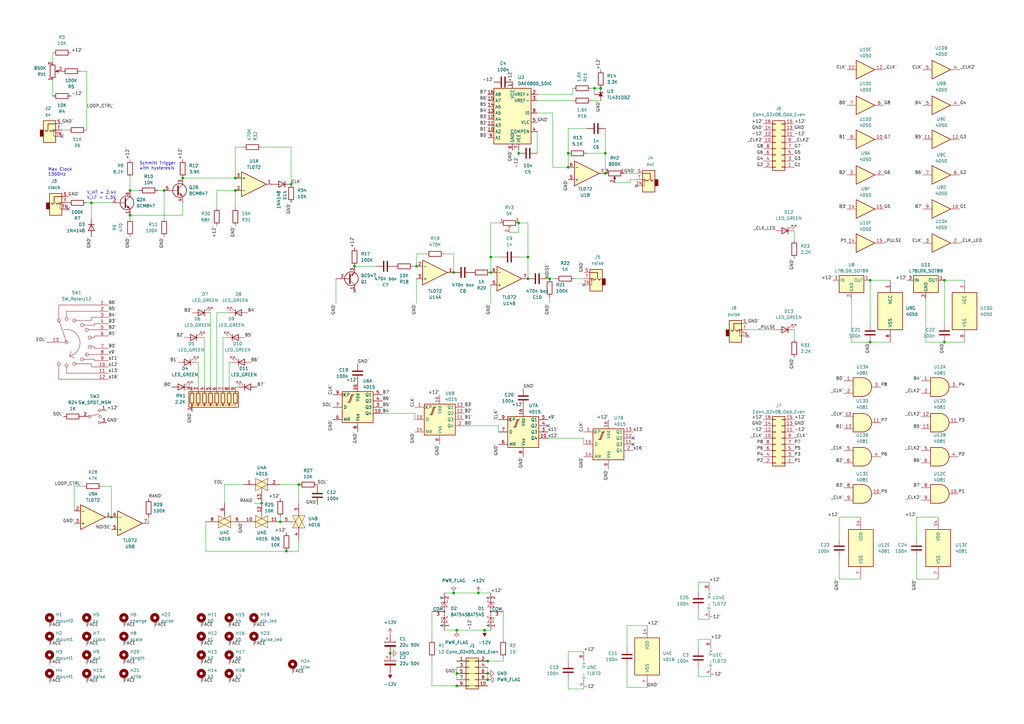
<source format=kicad_sch>
(kicad_sch (version 20230121) (generator eeschema)
  (paper "A3")
  (junction (at 145.415 109.22))
  (junction (at 187.325 258.445))
  (junction (at 216.535 105.41))
  (junction (at 114.935 213.995))
  (junction (at 216.535 114.3))
  (junction (at 96.52 73.025))
  (junction (at 187.325 281.305))
  (junction (at 186.055 243.205))
  (junction (at 356.87 114.935))
  (junction (at 74.93 73.025))
  (junction (at 356.87 140.335))
  (junction (at 243.84 36.195))
  (junction (at 200.025 278.765))
  (junction (at 187.325 276.225))
  (junction (at 119.38 75.565))
  (junction (at 198.755 258.445))
  (junction (at 160.02 267.97))
  (junction (at 201.295 105.41))
  (junction (at 53.34 78.105))
  (junction (at 212.725 62.865))
  (junction (at 201.295 111.76))
  (junction (at 37.465 83.185))
  (junction (at 96.52 78.105))
  (junction (at 246.38 36.195))
  (junction (at 233.045 62.865))
  (junction (at 117.475 226.06))
  (junction (at 225.425 114.3))
  (junction (at 387.35 114.935))
  (junction (at 67.31 78.105))
  (junction (at 122.555 198.755))
  (junction (at 196.215 243.205))
  (junction (at 186.055 111.76))
  (junction (at 45.72 212.09))
  (junction (at 387.35 140.335))
  (junction (at 170.815 109.22))
  (junction (at 248.285 71.12))
  (junction (at 53.34 88.265))
  (junction (at 200.025 271.145))
  (junction (at 212.725 91.44))
  (junction (at 107.315 206.375))
  (junction (at 200.025 276.225))
  (junction (at 248.285 62.865))
  (junction (at 233.045 68.58))
  (no_connect (at 260.985 76.2))
  (no_connect (at 224.79 174.625))
  (no_connect (at 25.4 55.88))
  (no_connect (at 259.715 179.705))
  (no_connect (at 259.715 182.245))
  (no_connect (at 27.94 85.725))
  (no_connect (at 306.705 137.795))
  (no_connect (at 145.415 119.38))
  (no_connect (at 239.395 116.84))
  (wire (pts (xy 84.455 213.995) (xy 84.455 226.06)))
  (wire (pts (xy 248.285 52.705) (xy 248.285 62.865)))
  (wire (pts (xy 95.25 148.59) (xy 93.98 148.59)))
  (wire (pts (xy 182.245 243.205) (xy 186.055 243.205)))
  (wire (pts (xy 387.35 114.935) (xy 387.35 132.715)))
  (wire (pts (xy 226.695 68.58) (xy 233.045 68.58)))
  (wire (pts (xy 234.95 38.735) (xy 234.95 36.195)))
  (wire (pts (xy 96.52 60.325) (xy 96.52 73.025)))
  (wire (pts (xy 25.4 53.34) (xy 27.94 53.34)))
  (wire (pts (xy 91.44 138.43) (xy 91.44 158.75)))
  (wire (pts (xy 387.35 140.335) (xy 395.605 140.335)))
  (wire (pts (xy 291.465 277.495) (xy 286.385 277.495)))
  (wire (pts (xy 117.475 226.06) (xy 122.555 226.06)))
  (wire (pts (xy 186.055 243.205) (xy 196.215 243.205)))
  (wire (pts (xy 53.34 89.535) (xy 53.34 88.265)))
  (wire (pts (xy 205.105 91.44) (xy 201.295 91.44)))
  (wire (pts (xy 206.375 271.145) (xy 206.375 269.875)))
  (wire (pts (xy 187.325 276.225) (xy 200.025 276.225)))
  (wire (pts (xy 88.9 85.09) (xy 88.9 78.105)))
  (wire (pts (xy 81.28 148.59) (xy 81.28 158.75)))
  (wire (pts (xy 379.73 140.335) (xy 387.35 140.335)))
  (wire (pts (xy 220.345 41.275) (xy 234.95 41.275)))
  (wire (pts (xy 182.245 258.445) (xy 187.325 258.445)))
  (wire (pts (xy 212.725 62.865) (xy 212.725 61.595)))
  (wire (pts (xy 96.52 78.105) (xy 96.52 85.09)))
  (wire (pts (xy 187.325 273.685) (xy 187.325 276.225)))
  (wire (pts (xy 286.385 254) (xy 286.385 250.19)))
  (wire (pts (xy 220.345 53.975) (xy 220.345 62.865)))
  (wire (pts (xy 83.82 138.43) (xy 83.82 158.75)))
  (wire (pts (xy 212.725 91.44) (xy 216.535 91.44)))
  (wire (pts (xy 114.935 212.09) (xy 114.935 213.995)))
  (wire (pts (xy 41.91 199.39) (xy 45.72 199.39)))
  (wire (pts (xy 240.665 52.705) (xy 233.045 52.705)))
  (wire (pts (xy 225.425 114.3) (xy 227.965 114.3)))
  (wire (pts (xy 216.535 91.44) (xy 216.535 105.41)))
  (wire (pts (xy 286.385 242.57) (xy 286.385 238.76)))
  (wire (pts (xy 93.98 128.27) (xy 88.9 128.27)))
  (wire (pts (xy 212.725 95.25) (xy 212.725 91.44)))
  (wire (pts (xy 286.385 277.495) (xy 286.385 273.685)))
  (wire (pts (xy 233.045 52.705) (xy 233.045 62.865)))
  (wire (pts (xy 242.57 41.275) (xy 246.38 41.275)))
  (wire (pts (xy 201.295 124.46) (xy 201.295 116.84)))
  (wire (pts (xy 107.315 60.325) (xy 119.38 60.325)))
  (wire (pts (xy 225.425 124.46) (xy 225.425 121.92)))
  (wire (pts (xy 306.705 135.255) (xy 318.135 135.255)))
  (wire (pts (xy 35.56 29.21) (xy 35.56 53.34)))
  (wire (pts (xy 37.465 83.185) (xy 35.56 83.185)))
  (wire (pts (xy 45.72 199.39) (xy 45.72 212.09)))
  (wire (pts (xy 182.245 104.14) (xy 186.055 104.14)))
  (wire (pts (xy 260.985 73.66) (xy 258.445 73.66)))
  (wire (pts (xy 216.535 105.41) (xy 216.535 114.3)))
  (wire (pts (xy 379.73 122.555) (xy 379.73 140.335)))
  (wire (pts (xy 353.06 212.09) (xy 344.17 212.09)))
  (wire (pts (xy 154.305 109.22) (xy 145.415 109.22)))
  (wire (pts (xy 45.72 83.185) (xy 37.465 83.185)))
  (wire (pts (xy 137.795 124.46) (xy 137.795 114.3)))
  (wire (pts (xy 257.175 281.94) (xy 265.43 281.94)))
  (wire (pts (xy 104.14 206.375) (xy 107.315 206.375)))
  (wire (pts (xy 225.425 114.3) (xy 224.155 114.3)))
  (wire (pts (xy 375.92 228.6) (xy 375.92 237.49)))
  (wire (pts (xy 344.17 212.09) (xy 344.17 220.98)))
  (wire (pts (xy 88.9 78.105) (xy 96.52 78.105)))
  (wire (pts (xy 174.625 104.14) (xy 170.815 104.14)))
  (wire (pts (xy 83.185 138.43) (xy 83.82 138.43)))
  (wire (pts (xy 200.025 276.225) (xy 200.025 278.765)))
  (wire (pts (xy 170.815 109.22) (xy 169.545 109.22)))
  (wire (pts (xy 122.555 226.06) (xy 122.555 221.615)))
  (wire (pts (xy 30.48 199.39) (xy 30.48 209.55)))
  (wire (pts (xy 375.92 212.09) (xy 375.92 220.98)))
  (wire (pts (xy 187.325 271.145) (xy 200.025 271.145)))
  (wire (pts (xy 395.605 114.935) (xy 387.35 114.935)))
  (wire (pts (xy 239.395 267.335) (xy 233.045 267.335)))
  (wire (pts (xy 265.43 256.54) (xy 257.175 256.54)))
  (wire (pts (xy 74.93 73.025) (xy 96.52 73.025)))
  (wire (pts (xy 226.695 46.355) (xy 226.695 68.58)))
  (wire (pts (xy 187.325 258.445) (xy 198.755 258.445)))
  (wire (pts (xy 92.71 138.43) (xy 91.44 138.43)))
  (wire (pts (xy 33.02 29.21) (xy 35.56 29.21)))
  (wire (pts (xy 130.175 199.39) (xy 130.175 198.755)))
  (wire (pts (xy 349.25 122.555) (xy 349.25 140.335)))
  (wire (pts (xy 21.59 39.37) (xy 21.59 33.02)))
  (wire (pts (xy 200.025 273.685) (xy 200.025 276.225)))
  (wire (pts (xy 198.755 258.445) (xy 201.295 258.445)))
  (wire (pts (xy 97.79 158.75) (xy 96.52 158.75)))
  (wire (pts (xy 258.445 74.93) (xy 252.095 74.93)))
  (wire (pts (xy 233.045 282.575) (xy 233.045 278.765)))
  (wire (pts (xy 257.175 256.54) (xy 257.175 265.43)))
  (wire (pts (xy 80.645 148.59) (xy 81.28 148.59)))
  (wire (pts (xy 53.34 73.025) (xy 53.34 78.105)))
  (wire (pts (xy 21.59 25.4) (xy 21.59 21.59)))
  (wire (pts (xy 92.075 198.755) (xy 92.075 206.375)))
  (wire (pts (xy 344.17 228.6) (xy 344.17 237.49)))
  (wire (pts (xy 290.83 254) (xy 286.385 254)))
  (wire (pts (xy 286.385 266.065) (xy 286.385 262.255)))
  (wire (pts (xy 99.695 60.325) (xy 96.52 60.325)))
  (wire (pts (xy 86.36 128.27) (xy 86.36 158.75)))
  (wire (pts (xy 220.345 38.735) (xy 234.95 38.735)))
  (wire (pts (xy 177.165 281.305) (xy 177.165 269.875)))
  (wire (pts (xy 64.77 78.105) (xy 67.31 78.105)))
  (wire (pts (xy 200.025 271.145) (xy 206.375 271.145)))
  (wire (pts (xy 156.845 169.545) (xy 170.18 169.545)))
  (wire (pts (xy 212.725 64.135) (xy 212.725 62.865)))
  (wire (pts (xy 204.47 177.165) (xy 204.47 174.625)))
  (wire (pts (xy 187.325 281.305) (xy 177.165 281.305)))
  (wire (pts (xy 74.93 83.185) (xy 74.93 88.265)))
  (wire (pts (xy 325.755 98.425) (xy 325.755 94.615)))
  (wire (pts (xy 177.165 250.825) (xy 177.165 262.255)))
  (wire (pts (xy 246.38 36.195) (xy 243.84 36.195)))
  (wire (pts (xy 242.57 36.195) (xy 243.84 36.195)))
  (wire (pts (xy 243.84 36.195) (xy 243.84 38.735)))
  (wire (pts (xy 93.98 148.59) (xy 93.98 158.75)))
  (wire (pts (xy 67.31 89.535) (xy 67.31 78.105)))
  (wire (pts (xy 119.38 60.325) (xy 119.38 75.565)))
  (wire (pts (xy 186.055 104.14) (xy 186.055 111.76)))
  (wire (pts (xy 240.665 62.865) (xy 248.285 62.865)))
  (wire (pts (xy 239.395 182.245) (xy 239.395 179.705)))
  (wire (pts (xy 257.175 273.05) (xy 257.175 281.94)))
  (wire (pts (xy 325.755 139.065) (xy 325.755 135.255)))
  (wire (pts (xy 114.935 198.755) (xy 122.555 198.755)))
  (wire (pts (xy 122.555 198.755) (xy 122.555 206.375)))
  (wire (pts (xy 205.105 105.41) (xy 201.295 105.41)))
  (wire (pts (xy 224.79 179.705) (xy 239.395 179.705)))
  (wire (pts (xy 255.905 71.12) (xy 260.985 71.12)))
  (wire (pts (xy 375.92 237.49) (xy 384.81 237.49)))
  (wire (pts (xy 201.295 105.41) (xy 201.295 111.76)))
  (wire (pts (xy 190.5 174.625) (xy 204.47 174.625)))
  (wire (pts (xy 286.385 262.255) (xy 291.465 262.255)))
  (wire (pts (xy 239.395 114.3) (xy 235.585 114.3)))
  (wire (pts (xy 201.295 91.44) (xy 201.295 105.41)))
  (wire (pts (xy 170.18 169.545) (xy 170.18 172.085)))
  (wire (pts (xy 356.87 114.935) (xy 365.125 114.935)))
  (wire (pts (xy 220.345 46.355) (xy 226.695 46.355)))
  (wire (pts (xy 349.25 140.335) (xy 356.87 140.335)))
  (wire (pts (xy 233.045 62.865) (xy 233.045 68.58)))
  (wire (pts (xy 248.285 62.865) (xy 248.285 71.12)))
  (wire (pts (xy 37.465 89.535) (xy 37.465 83.185)))
  (wire (pts (xy 200.025 281.305) (xy 187.325 281.305)))
  (wire (pts (xy 384.81 212.09) (xy 375.92 212.09)))
  (wire (pts (xy 356.87 140.335) (xy 365.125 140.335)))
  (wire (pts (xy 78.105 158.75) (xy 78.74 158.75)))
  (wire (pts (xy 208.915 95.25) (xy 212.725 95.25)))
  (wire (pts (xy 356.87 114.935) (xy 356.87 132.715)))
  (wire (pts (xy 34.29 199.39) (xy 30.48 199.39)))
  (wire (pts (xy 53.34 88.265) (xy 74.93 88.265)))
  (wire (pts (xy 170.815 104.14) (xy 170.815 109.22)))
  (wire (pts (xy 258.445 73.66) (xy 258.445 74.93)))
  (wire (pts (xy 212.725 105.41) (xy 216.535 105.41)))
  (wire (pts (xy 187.325 276.225) (xy 187.325 278.765)))
  (wire (pts (xy 239.395 282.575) (xy 233.045 282.575)))
  (wire (pts (xy 57.15 78.105) (xy 53.34 78.105)))
  (wire (pts (xy 99.695 198.755) (xy 92.075 198.755)))
  (wire (pts (xy 60.96 212.09) (xy 60.96 214.63)))
  (wire (pts (xy 206.375 250.825) (xy 206.375 262.255)))
  (wire (pts (xy 196.215 243.205) (xy 201.295 243.205)))
  (wire (pts (xy 88.9 128.27) (xy 88.9 158.75)))
  (wire (pts (xy 233.045 267.335) (xy 233.045 271.145)))
  (wire (pts (xy 286.385 238.76) (xy 290.83 238.76)))
  (wire (pts (xy 84.455 226.06) (xy 117.475 226.06)))
  (wire (pts (xy 170.815 124.46) (xy 170.815 114.3)))
  (wire (pts (xy 344.17 237.49) (xy 353.06 237.49)))
  (text "Schmitt Trigger\nwith hysteresis" (at 57.15 69.85 0) (effects (font (size 1.27 1.27)) (justify left bottom)))
  (text "Max Clock\n1300Hz\n" (at 19.685 72.39 0) (effects (font (size 1.27 1.27)) (justify left bottom)))
  (text "V_HT = 2.4V\nV_LT = 1.3V" (at 35.56 81.915 0) (effects (font (size 1.27 1.27)) (justify left bottom)))
  (label "_CLK2'" (at 377.825 184.785 180))
  (label "FACE" (at 50.8 264.795 0))
  (label "GND'" (at 325.755 146.685 270))
  (label "P5" (at 361.315 202.565 0))
  (label "P4" (at 313.055 187.325 180))
  (label "B4'" (at 44.45 130.175 0))
  (label "GND'" (at 265.43 281.94 0))
  (label "G5" (at 362.585 85.725 0))
  (label "s9'" (at 224.79 172.085 0))
  (label "GND'" (at 246.38 41.275 270))
  (label "B1'" (at 73.025 148.59 180))
  (label "+12'" (at 313.055 172.085 180))
  (label "P6" (at 313.055 184.785 180))
  (label "B3'" (at 190.5 167.005 0))
  (label "FACE" (at 20.32 280.035 0))
  (label "_CLK'" (at 346.075 161.29 180))
  (label "CLK'" (at 378.46 99.695 180))
  (label "GND'" (at 96.52 92.71 270))
  (label "NOISE'" (at 225.425 114.3 90))
  (label "s16'" (at 259.715 184.785 0))
  (label "GND'" (at 239.395 187.325 270))
  (label "GND'" (at 43.815 173.355 0))
  (label "-12'" (at 325.755 177.165 0))
  (label "GND'" (at 99.695 213.995 270))
  (label "GND'" (at 375.92 237.49 270))
  (label "B4'" (at 378.46 43.18 180))
  (label "B2'" (at 200.025 51.435 180))
  (label "G2" (at 393.7 71.755 0))
  (label "G7" (at 325.755 60.96 0))
  (label "B6'" (at 377.825 189.865 180))
  (label "+12'" (at 210.185 33.655 90))
  (label "GND'" (at 344.17 237.49 270))
  (label "G3" (at 325.755 66.04 0))
  (label "_CLK2'" (at 325.755 58.42 0))
  (label "FACE" (at 82.55 257.175 0))
  (label "B6'" (at 378.46 71.755 180))
  (label "B7'" (at 105.41 158.75 0))
  (label "P3" (at 325.755 187.325 0))
  (label "GND'" (at 210.185 61.595 270))
  (label "B0'" (at 70.485 158.75 180))
  (label "+12'" (at 180.34 161.925 180))
  (label "GND'" (at 146.685 149.225 0))
  (label "B0'" (at 200.025 56.515 180))
  (label "B1'" (at 346.075 175.895 180))
  (label "G6" (at 362.585 71.755 0))
  (label "G5" (at 325.755 63.5 0))
  (label "-12'" (at 313.055 177.165 180))
  (label "CLK'" (at 347.345 28.575 180))
  (label "B7'" (at 377.825 200.025 180))
  (label "P7" (at 325.755 182.245 0))
  (label "RAND'" (at 104.14 206.375 180))
  (label "B0'" (at 44.45 142.875 0))
  (label "FACE" (at 93.98 264.795 0))
  (label "B5'" (at 156.845 167.005 0))
  (label "GND'" (at 214.63 159.385 0))
  (label "B6'" (at 102.87 148.59 0))
  (label "FACE" (at 82.55 272.415 0))
  (label "_CLK'" (at 346.075 205.105 180))
  (label "NOISE'" (at 45.72 217.17 180))
  (label "_CLK_LED" (at 393.7 99.695 0))
  (label "+12'" (at 214.63 167.005 180))
  (label "G2" (at 313.055 68.58 180))
  (label "s16'" (at 44.45 155.575 0))
  (label "s11'" (at 224.79 177.165 0))
  (label "GND'" (at 387.35 140.335 270))
  (label "+12'" (at 325.755 50.8 0))
  (label "CLK'" (at 119.38 75.565 0))
  (label "B0'" (at 346.075 156.21 180))
  (label "FACE" (at 93.98 272.415 0))
  (label "B2'" (at 347.345 71.755 180))
  (label "G8" (at 313.055 60.96 180))
  (label "P2" (at 313.055 189.865 180))
  (label "+12'" (at 246.38 28.575 90))
  (label "GND'" (at 239.395 111.76 90))
  (label "+12'" (at 74.93 65.405 90))
  (label "SOL'" (at 26.035 170.815 180))
  (label "+12'" (at 53.34 65.405 90))
  (label "+12'" (at 344.17 212.09 180))
  (label "GND'" (at 356.87 140.335 270))
  (label "GND'" (at 170.815 124.46 270))
  (label "RAND'" (at 60.96 204.47 0))
  (label "_CLK'" (at 346.075 170.815 180))
  (label "B5'" (at 378.46 57.15 180))
  (label "GND'" (at 325.755 106.045 270))
  (label "B1'" (at 200.025 53.975 180))
  (label "+12'" (at 145.415 101.6 90))
  (label "GND'" (at 187.325 276.225 180))
  (label "P3" (at 393.065 173.355 0))
  (label "GND'" (at 137.795 124.46 270))
  (label "G1" (at 325.755 68.58 0))
  (label "GND'" (at 204.47 182.245 270))
  (label "P5" (at 325.755 184.785 0))
  (label "B6'" (at 200.025 41.275 180))
  (label "G3" (at 393.7 57.15 0))
  (label "FACE" (at 20.32 257.175 0))
  (label "_PULSE" (at 362.585 99.695 0))
  (label "G7" (at 362.585 57.15 0))
  (label "+12'" (at 146.685 156.845 180))
  (label "FACE" (at 82.55 264.795 0))
  (label "+12'" (at 290.83 238.76 0))
  (label "B2'" (at 346.075 189.865 180))
  (label "-12'" (at 290.83 254 0))
  (label "G4" (at 393.7 43.18 0))
  (label "+12'" (at 249.555 172.085 180))
  (label "+12'" (at 291.465 262.255 0))
  (label "FACE" (at 120.015 276.225 0))
  (label "GND'" (at 233.045 73.66 270))
  (label "-12'" (at 29.21 39.37 0))
  (label "GND'" (at 313.055 53.34 180))
  (label "+12'" (at 341.63 114.935 180))
  (label "B1'" (at 347.345 57.15 180))
  (label "FACE" (at 20.32 272.415 0))
  (label "GND'" (at 25.4 50.8 0))
  (label "CLK'" (at 204.47 172.085 90))
  (label "s13'" (at 259.715 177.165 0))
  (label "B2'" (at 190.5 169.545 0))
  (label "s9'" (at 44.45 145.415 0))
  (label "LOOP_CTRL'" (at 35.56 44.45 0))
  (label "-12'" (at 291.465 277.495 0))
  (label "FACE" (at 50.8 257.175 0))
  (label "_CLK'" (at 313.055 179.705 180))
  (label "B0'" (at 190.5 174.625 0))
  (label "B7'" (at 156.845 161.925 0))
  (label "+12'" (at 375.92 212.09 180))
  (label "+12'" (at 239.395 267.335 0))
  (label "B1'" (at 190.5 172.085 0))
  (label "FACE" (at 35.56 257.175 0))
  (label "GND'" (at 130.175 207.01 180))
  (label "FACE" (at 35.56 264.795 0))
  (label "B3'" (at 347.345 85.725 180))
  (label "GND'" (at 306.705 132.715 0))
  (label "_CLK2'" (at 377.825 170.815 180))
  (label "B2'" (at 75.565 138.43 180))
  (label "GND'" (at 201.295 124.46 270))
  (label "_CLK2'" (at 377.825 205.105 180))
  (label "+12'" (at 43.815 168.275 0))
  (label "_CLK'" (at 325.755 179.705 0))
  (label "-12'" (at 202.565 33.655 180))
  (label "GND'" (at 325.755 53.34 0))
  (label "B1'" (at 44.45 137.795 0))
  (label "GND'" (at 136.525 172.085 270))
  (label "+12'" (at 325.755 172.085 0))
  (label "FACE" (at 82.55 280.035 0))
  (label "FACE" (at 35.56 272.415 0))
  (label "GND'" (at 78.74 168.91 270))
  (label "B4'" (at 101.6 128.27 0))
  (label "CLK'" (at 136.525 161.925 90))
  (label "FACE" (at 35.56 280.035 0))
  (label "FACE" (at 63.5 257.175 0))
  (label "P1" (at 347.345 99.695 180))
  (label "_CLK2'" (at 313.055 58.42 180))
  (label "B3'" (at 78.74 128.27 180))
  (label "B4'" (at 156.845 169.545 0))
  (label "CLK'" (at 239.395 177.165 90))
  (label "B2'" (at 44.45 135.255 0))
  (label "B3'" (at 44.45 132.715 0))
  (label "s12'" (at 44.45 150.495 0))
  (label "B6'" (at 156.845 164.465 0))
  (label "B7'" (at 200.025 38.735 180))
  (label "-12'" (at 325.755 55.88 0))
  (label "GND'" (at 180.34 182.245 270))
  (label "-12'" (at 313.055 55.88 180))
  (label "B7'" (at 378.46 85.725 180))
  (label "G4" (at 313.055 66.04 180))
  (label "_CLK_LED" (at 318.135 94.615 180))
  (label "+12'" (at 29.21 21.59 0))
  (label "GND'" (at 225.425 124.46 270))
  (label "B3'" (at 200.025 48.895 180))
  (label "_PULSE" (at 318.135 135.255 180))
  (label "G8" (at 362.585 43.18 0))
  (label "P8" (at 313.055 182.245 180))
  (label "GND'" (at 220.345 50.165 0))
  (label "+12'" (at 117.475 218.44 180))
  (label "GND'" (at 37.465 97.155 270))
  (label "SOL'" (at 136.525 167.005 180))
  (label "-12'" (at 212.725 64.135 270))
  (label "P1" (at 393.065 202.565 0))
  (label "SOL'" (at 130.175 198.755 0))
  (label "_CLK2'" (at 393.7 28.575 0))
  (label "P6" (at 361.315 187.325 0))
  (label "P8" (at 361.315 158.75 0))
  (label "+12'" (at 313.055 50.8 180))
  (label "FACE" (at 104.14 264.795 0))
  (label "P7" (at 361.315 173.355 0))
  (label "LOOP_CTRL'" (at 33.655 199.39 180))
  (label "s13'" (at 44.45 153.035 0))
  (label "P2" (at 393.065 187.325 0))
  (label "G1" (at 393.7 85.725 0))
  (label "_CLK'" (at 346.075 184.785 180))
  (label "B5'" (at 44.45 127.635 0))
  (label "P4" (at 393.065 158.75 0))
  (label "-12'" (at 193.675 258.445 90))
  (label "-12'" (at 239.395 282.575 0))
  (label "CLK'" (at 378.46 28.575 180))
  (label "_CLK'" (at 362.585 28.575 0))
  (label "B5'" (at 377.825 175.895 180))
  (label "GND'" (at 325.755 174.625 0))
  (label "GND'" (at 67.31 97.155 270))
  (label "GND'" (at 313.055 174.625 180))
  (label "s11'" (at 44.45 147.955 0))
  (label "CLK'" (at 170.18 167.005 90))
  (label "GND'" (at 214.63 187.325 270))
  (label "B6'" (at 44.45 125.095 0))
  (label "GND'" (at 170.18 177.165 270))
  (label "+12'" (at 201.295 243.205 0))
  (label "+12'" (at 88.9 92.71 270))
  (label "FACE" (at 93.98 280.035 0))
  (label "EOL'" (at 92.075 198.755 180))
  (label "GND'" (at 249.555 192.405 270))
  (label "s12'" (at 224.79 179.705 0))
  (label "GND'" (at 27.94 80.645 0))
  (label "FACE" (at 20.32 264.795 0))
  (label "P1" (at 325.755 189.865 0))
  (label "+12'" (at 265.43 256.54 0))
  (label "B3'" (at 346.075 200.025 180))
  (label "+12'" (at 114.935 204.47 180))
  (label "+12'" (at 372.11 114.935 180))
  (label "GND'" (at 53.34 97.155 270))
  (label "B4'" (at 200.025 46.355 180))
  (label "FACE" (at 104.14 257.175 0))
  (label "B5'" (at 200.025 43.815 180))
  (label "GND'" (at 119.38 83.185 270))
  (label "B5'" (at 100.33 138.43 0))
  (label "GND'" (at 30.48 214.63 180))
  (label "B4'" (at 377.825 156.21 180))
  (label "FACE" (at 50.8 272.415 0))
  (label "GND'" (at 255.905 71.12 0))
  (label "EOL'" (at 19.05 140.335 180))
  (label "G6" (at 313.055 63.5 180))
  (label "FACE" (at 93.98 257.175 0))
  (label "FACE" (at 50.8 280.035 0))
  (label "_CLK2'" (at 377.825 161.29 180))
  (label "B0'" (at 347.345 43.18 180))
  (label "GND'" (at 146.685 177.165 270))
  (symbol (lib_id "power:-12V") (at 198.755 258.445 180) (unit 1)
    (property "Reference" "#PWR05" (effects hide))
    (property "Value" "-12V" (at 198.755 263.525 0))
  )
  (symbol (lib_id "Mechanical:MountingHole_Pad") (at 93.98 254.635 0) (unit 1) (in_bom no)
    (property "Reference" "H15" (at 96.52 252.095 0) (effects (justify left)))
    (property "Value" "b4" (at 96.52 254.635 0) (effects (justify left)))
    (property "Footprint" "Eurorack:Mech-LED-Hole-3mm" (effects hide))
  )
  (symbol (lib_id "Device:R") (at 178.435 104.14 270) (unit 1)
    (property "Reference" "R19" (at 178.435 97.79 90))
    (property "Value" "470K" (at 178.435 100.33 90))
    (property "Footprint" "Resistor_SMD:R_0805_2012Metric" (effects hide))
  )
  (symbol (lib_id "Device:C") (at 158.115 109.22 90) (mirror x) (unit 1)
    (property "Reference" "C7" (at 158.115 116.84 90))
    (property "Value" "470n box" (at 158.115 114.3 90))
    (property "Footprint" "Capacitor_THT:C_Rect_L7.2mm_W4.5mm_P5.00mm_FKS2_FKP2_MKS2_MKP2" (effects hide))
  )
  (symbol (lib_id "Device:C") (at 220.345 114.3 90) (mirror x) (unit 1)
    (property "Reference" "C10" (at 220.345 121.92 90))
    (property "Value" "470n box" (at 220.345 119.38 90))
    (property "Footprint" "Capacitor_THT:C_Rect_L7.2mm_W4.5mm_P5.00mm_FKS2_FKP2_MKS2_MKP2" (effects hide))
  )
  (symbol (lib_id "Device:LED") (at 79.375 138.43 180) (unit 1)
    (property "Reference" "D6" (at 80.9625 130.81 0))
    (property "Value" "LED_GREEN" (at 80.9625 133.35 0))
    (property "Footprint" "LED_THT:LED_D3.0mm" (effects hide))
  )
  (symbol (lib_id "4xxx:4050") (at 395.605 127.635 0) (unit 7)
    (property "Reference" "U10" (at 401.955 126.365 0) (effects (justify left)))
    (property "Value" "4050" (at 401.955 128.905 0) (effects (justify left)))
    (property "Footprint" "Package_SO:TSSOP-16_4.4x5mm_P0.65mm" (effects hide))
    (property "Datasheet" "http://www.intersil.com/content/dam/intersil/documents/cd40/cd4050bms.pdf" (effects hide))
    (property "Vendor" "Mouser" (effects hide))
    (property "PartNum" "595-CD4050BPWR" (effects hide))
  )
  (symbol (lib_id "Device:C") (at 206.375 33.655 90) (unit 1)
    (property "Reference" "C4" (at 206.375 26.035 90))
    (property "Value" "100n" (at 206.375 28.575 90))
    (property "Footprint" "Capacitor_SMD:C_0805_2012Metric" (effects hide))
  )
  (symbol (lib_id "Device:C") (at 286.385 269.875 0) (unit 1)
    (property "Reference" "C3" (at 282.575 268.605 0) (effects (justify right)))
    (property "Value" "100n" (at 282.575 271.145 0) (effects (justify right)))
    (property "Footprint" "Capacitor_SMD:C_0805_2012Metric" (effects hide))
  )
  (symbol (lib_id "4xxx:4081") (at 384.81 224.79 0) (unit 5)
    (property "Reference" "U13" (at 391.795 223.52 0) (effects (justify left)))
    (property "Value" "4081" (at 391.795 226.06 0) (effects (justify left)))
    (property "Footprint" "Package_SO:TSSOP-14_4.4x5mm_P0.65mm" (effects hide))
    (property "Datasheet" "http://www.intersil.com/content/dam/Intersil/documents/cd40/cd4073bms-81bms-82bms.pdf" (effects hide))
    (property "Vendor" "Mouser" (effects hide))
    (property "PartNum" "595-CD4081BPWR" (effects hide))
  )
  (symbol (lib_id "Device:C") (at 208.915 105.41 90) (unit 1)
    (property "Reference" "C9" (at 208.915 97.79 90))
    (property "Value" "1n" (at 208.915 100.33 90))
    (property "Footprint" "Capacitor_SMD:C_0805_2012Metric" (effects hide))
  )
  (symbol (lib_id "4xxx:4050") (at 386.08 99.695 0) (unit 1)
    (property "Reference" "U10" (at 386.08 90.805 0))
    (property "Value" "4050" (at 386.08 93.345 0))
    (property "Footprint" "Package_SO:TSSOP-16_4.4x5mm_P0.65mm" (effects hide))
    (property "Datasheet" "http://www.intersil.com/content/dam/intersil/documents/cd40/cd4050bms.pdf" (effects hide))
    (property "Vendor" "Mouser" (effects hide))
    (property "PartNum" "595-CD4050BPWR" (effects hide))
  )
  (symbol (lib_id "Reference_Voltage:TL431DBZ") (at 246.38 38.735 90) (unit 1)
    (property "Reference" "U3" (at 248.92 37.465 90) (effects (justify right)))
    (property "Value" "TL431DBZ" (at 248.92 40.005 90) (effects (justify right)))
    (property "Footprint" "Package_TO_SOT_SMD:SOT-23" (effects hide))
    (property "Datasheet" "http://www.ti.com/lit/ds/symlink/tl431.pdf" (effects hide))
    (property "Vendor" "Mouser" (effects hide))
    (property "PartNum" "595-TL431BCDBZTG4" (effects hide))
  )
  (symbol (lib_id "Device:LED") (at 96.52 138.43 0) (mirror x) (unit 1)
    (property "Reference" "D9" (at 94.9325 130.81 0))
    (property "Value" "LED_GREEN" (at 94.9325 133.35 0))
    (property "Footprint" "LED_THT:LED_D3.0mm" (effects hide))
  )
  (symbol (lib_id "Mechanical:MountingHole_Pad") (at 35.56 254.635 0) (unit 1) (in_bom no)
    (property "Reference" "H5" (at 38.1 252.095 0) (effects (justify left)))
    (property "Value" "cv" (at 38.1 254.635 0) (effects (justify left)))
    (property "Footprint" "Eurorack:Mech-AudioJack-Hole-Input-CV" (effects hide))
  )
  (symbol (lib_id "Amplifier_Operational:TL072") (at 294.005 269.875 0) (unit 3)
    (property "Reference" "U1" (at 292.1 268.605 0) (effects (justify left)))
    (property "Value" "TL072" (at 292.1 271.145 0) (effects (justify left)))
    (property "Footprint" "Package_SO:SOIC-8_3.9x4.9mm_P1.27mm" (effects hide))
    (property "Datasheet" "http://www.ti.com/lit/ds/symlink/tl071.pdf" (effects hide))
    (property "Vendor" "Mouser" (effects hide))
    (property "PartNum" "595-TL072CDR" (effects hide))
  )
  (symbol (lib_id "4xxx:4050") (at 354.965 43.18 0) (unit 3)
    (property "Reference" "U10" (at 354.965 34.29 0))
    (property "Value" "4050" (at 354.965 36.83 0))
    (property "Footprint" "Package_SO:TSSOP-16_4.4x5mm_P0.65mm" (effects hide))
    (property "Datasheet" "http://www.intersil.com/content/dam/intersil/documents/cd40/cd4050bms.pdf" (effects hide))
    (property "Vendor" "Mouser" (effects hide))
    (property "PartNum" "595-CD4050BPWR" (effects hide))
  )
  (symbol (lib_id "Mechanical:MountingHole_Pad") (at 82.55 277.495 0) (unit 1) (in_bom no)
    (property "Reference" "H14" (at 85.09 274.955 0) (effects (justify left)))
    (property "Value" "b3" (at 85.09 277.495 0) (effects (justify left)))
    (property "Footprint" "Eurorack:Mech-LED-Hole-3mm" (effects hide))
  )
  (symbol (lib_id "Device:R") (at 325.755 102.235 0) (unit 1)
    (property "Reference" "R23" (at 328.295 100.965 0) (effects (justify left)))
    (property "Value" "2.2K" (at 328.295 103.505 0) (effects (justify left)))
    (property "Footprint" "Resistor_SMD:R_0805_2012Metric" (effects hide))
  )
  (symbol (lib_id "4xxx:4081") (at 353.695 187.325 0) (unit 2)
    (property "Reference" "U13" (at 353.6867 178.435 0))
    (property "Value" "4081" (at 353.6867 180.975 0))
    (property "Footprint" "Package_SO:TSSOP-14_4.4x5mm_P0.65mm" (effects hide))
    (property "Datasheet" "http://www.intersil.com/content/dam/Intersil/documents/cd40/cd4073bms-81bms-82bms.pdf" (effects hide))
    (property "Vendor" "Mouser" (effects hide))
    (property "PartNum" "595-CD4081BPWR" (effects hide))
  )
  (symbol (lib_id "Device:Q_Dual_NPN_NPN_E1B1C2E2B2C1") (at 72.39 78.105 0) (unit 2)
    (property "Reference" "Q2" (at 77.47 76.835 0) (effects (justify left)))
    (property "Value" "BCM847" (at 77.47 79.375 0) (effects (justify left)))
    (property "Footprint" "Package_SO:TSOP-6_1.65x3.05mm_P0.95mm" (effects hide))
    (property "Vendor" "Mouser" (effects hide))
    (property "PartNum" "771-BCM847DS135" (effects hide))
  )
  (symbol (lib_id "Mechanical:MountingHole_Pad") (at 104.14 254.635 0) (unit 1) (in_bom no)
    (property "Reference" "H19" (at 106.68 252.095 0) (effects (justify left)))
    (property "Value" "clk_led" (at 106.68 254.635 0) (effects (justify left)))
    (property "Footprint" "Eurorack:Mech-LED-Hole-3mm" (effects hide))
  )
  (symbol (lib_id "Device:R") (at 114.935 208.28 0) (unit 1)
    (property "Reference" "R25" (at 112.395 207.01 0) (effects (justify right)))
    (property "Value" "10K" (at 112.395 209.55 0) (effects (justify right)))
    (property "Footprint" "Resistor_SMD:R_0805_2012Metric" (effects hide))
  )
  (symbol (lib_id "Mechanical:MountingHole_Pad") (at 104.14 262.255 0) (unit 1) (in_bom no)
    (property "Reference" "H23" (at 106.68 259.715 0) (effects (justify left)))
    (property "Value" "pulse_led" (at 106.68 262.255 0) (effects (justify left)))
    (property "Footprint" "Eurorack:Mech-LED-Hole-3mm" (effects hide))
  )
  (symbol (lib_id "Device:R") (at 67.31 93.345 0) (mirror y) (unit 1)
    (property "Reference" "R11" (at 64.77 92.075 0) (effects (justify left)))
    (property "Value" "100K" (at 64.77 94.615 0) (effects (justify left)))
    (property "Footprint" "Resistor_SMD:R_0805_2012Metric" (effects hide))
  )
  (symbol (lib_id "4xxx:4081") (at 385.445 158.75 0) (unit 1)
    (property "Reference" "U12" (at 385.4367 150.495 0))
    (property "Value" "4081" (at 385.4367 153.035 0))
    (property "Footprint" "Package_SO:TSSOP-14_4.4x5mm_P0.65mm" (effects hide))
    (property "Datasheet" "http://www.intersil.com/content/dam/Intersil/documents/cd40/cd4073bms-81bms-82bms.pdf" (effects hide))
    (property "Vendor" "Mouser" (effects hide))
    (property "PartNum" "595-CD4081BPWR" (effects hide))
  )
  (symbol (lib_id "Device:R") (at 145.415 105.41 0) (unit 1)
    (property "Reference" "R17" (at 147.955 104.14 0) (effects (justify left)))
    (property "Value" "100K" (at 147.955 106.68 0) (effects (justify left)))
    (property "Footprint" "Resistor_SMD:R_0805_2012Metric" (effects hide))
  )
  (symbol (lib_id "Device:C") (at 130.175 203.2 0) (mirror y) (unit 1)
    (property "Reference" "C12" (at 133.985 201.93 0) (effects (justify right)))
    (property "Value" "100n" (at 133.985 204.47 0) (effects (justify right)))
    (property "Footprint" "Capacitor_SMD:C_0805_2012Metric" (effects hide))
  )
  (symbol (lib_id "4xxx:4081") (at 385.445 173.355 0) (unit 4)
    (property "Reference" "U12" (at 385.4367 164.465 0))
    (property "Value" "4081" (at 385.4367 167.005 0))
    (property "Footprint" "Package_SO:TSSOP-14_4.4x5mm_P0.65mm" (effects hide))
    (property "Datasheet" "http://www.intersil.com/content/dam/Intersil/documents/cd40/cd4073bms-81bms-82bms.pdf" (effects hide))
    (property "Vendor" "Mouser" (effects hide))
    (property "PartNum" "595-CD4081BPWR" (effects hide))
  )
  (symbol (lib_id "Eurorack:DAC0800_SOIC") (at 210.185 48.895 0) (unit 1)
    (property "Reference" "U2" (at 212.3791 31.75 0) (effects (justify left)))
    (property "Value" "DAC0800_SOIC" (at 212.3791 34.29 0) (effects (justify left)))
    (property "Footprint" "Package_SO:SOIC-16_3.9x9.9mm_P1.27mm" (effects hide))
    (property "Datasheet" "http://www.ti.com/lit/ds/symlink/dac0808.pdf" (effects hide))
    (property "Vendor" "Mouser" (effects hide))
    (property "PartNum" "926-DAC0800LCMX/NOPB" (effects hide))
  )
  (symbol (lib_id "Mechanical:MountingHole_Pad") (at 50.8 254.635 0) (unit 1) (in_bom no)
    (property "Reference" "H6" (at 53.34 252.095 0) (effects (justify left)))
    (property "Value" "change" (at 53.34 254.635 0) (effects (justify left)))
    (property "Footprint" "Eurorack:Mech-Potentiometer-Hole_level_180deg" (effects hide))
  )
  (symbol (lib_id "Device:R") (at 325.755 142.875 0) (unit 1)
    (property "Reference" "R33" (at 328.295 141.605 0) (effects (justify left)))
    (property "Value" "2.2K" (at 328.295 144.145 0) (effects (justify left)))
    (property "Footprint" "Resistor_SMD:R_0805_2012Metric" (effects hide))
  )
  (symbol (lib_id "Device:LED") (at 321.945 94.615 180) (unit 1)
    (property "Reference" "D12" (at 323.5325 86.995 0))
    (property "Value" "LED_GREEN" (at 323.5325 89.535 0))
    (property "Footprint" "LED_THT:LED_D3.0mm" (effects hide))
  )
  (symbol (lib_id "4xxx:4081") (at 353.695 173.355 0) (unit 4)
    (property "Reference" "U13" (at 353.6867 164.465 0))
    (property "Value" "4081" (at 353.6867 167.005 0))
    (property "Footprint" "Package_SO:TSSOP-14_4.4x5mm_P0.65mm" (effects hide))
    (property "Datasheet" "http://www.intersil.com/content/dam/Intersil/documents/cd40/cd4073bms-81bms-82bms.pdf" (effects hide))
    (property "Vendor" "Mouser" (effects hide))
    (property "PartNum" "595-CD4081BPWR" (effects hide))
  )
  (symbol (lib_id "4xxx:4016") (at 122.555 213.995 90) (unit 2)
    (property "Reference" "U4" (at 126.365 212.725 90) (effects (justify right)))
    (property "Value" "4016" (at 126.365 215.265 90) (effects (justify right)))
    (property "Footprint" "Package_SO:TSSOP-14_4.4x5mm_P0.65mm" (effects hide))
    (property "Datasheet" "http://www.ti.com/lit/ds/symlink/cd4016b.pdf" (effects hide))
    (property "Vendor" "Mouser" (effects hide))
    (property "PartNum" "595-CD4016BPWR" (effects hide))
  )
  (symbol (lib_id "4xxx:4016") (at 92.075 213.995 0) (unit 3)
    (property "Reference" "U4" (at 92.075 218.44 0))
    (property "Value" "4016" (at 92.075 220.98 0))
    (property "Footprint" "Package_SO:TSSOP-14_4.4x5mm_P0.65mm" (effects hide))
    (property "Datasheet" "http://www.ti.com/lit/ds/symlink/cd4016b.pdf" (effects hide))
    (property "Vendor" "Mouser" (effects hide))
    (property "PartNum" "595-CD4016BPWR" (effects hide))
  )
  (symbol (lib_id "Regulator_Linear:L78L09_SOT89") (at 379.73 114.935 0) (unit 1)
    (property "Reference" "U11" (at 379.73 108.585 0))
    (property "Value" "L78L09_SOT89" (at 379.73 111.125 0))
    (property "Footprint" "Package_TO_SOT_SMD:SOT-89-3" (effects hide))
    (property "Datasheet" "http://www.st.com/content/ccc/resource/technical/document/datasheet/15/55/e5/aa/23/5b/43/fd/CD00000446.pdf/files/CD00000446.pdf/jcr:content/translations/en.CD00000446.pdf" (effects hide))
    (property "Vendor" "Mouser" (effects hide))
    (property "PartNum" "511-L78L09ACU" (effects hide))
  )
  (symbol (lib_id "Switch:SW_SPDT_MSM") (at 38.735 170.815 0) (unit 1)
    (property "Reference" "SW2" (at 38.862 162.56 0))
    (property "Value" "SW_SPDT_MSM" (at 38.862 165.1 0))
    (property "Footprint" "Eurorack:Switch_SPDT_1M_Solder_Lug" (effects hide))
    (property "Vendor" "Tayda" (effects hide))
    (property "PartNum" "A-6099" (effects hide))
  )
  (symbol (lib_id "Device:Q_Dual_NPN_NPN_E1B1C2E2B2C1") (at 50.8 83.185 0) (unit 1)
    (property "Reference" "Q2" (at 55.88 81.915 0) (effects (justify left)))
    (property "Value" "BCM847" (at 55.88 84.455 0) (effects (justify left)))
    (property "Footprint" "Package_SO:TSOP-6_1.65x3.05mm_P0.95mm" (effects hide))
    (property "Vendor" "Mouser" (effects hide))
    (property "PartNum" "771-BCM847DS135" (effects hide))
  )
  (symbol (lib_id "Eurorack:AudioJack2_SwitchT") (at 22.86 83.185 0) (unit 1)
    (property "Reference" "J3" (at 22.225 74.295 0))
    (property "Value" "clock" (at 22.225 76.835 0))
    (property "Footprint" "Eurorack:AudioJack2_Tayda_A-2566" (effects hide))
    (property "Vendor" "Tayda" (effects hide))
    (property "PartNum" "A-2566" (effects hide))
  )
  (symbol (lib_id "Device:C") (at 244.475 52.705 90) (mirror x) (unit 1)
    (property "Reference" "C6" (at 244.475 60.325 90))
    (property "Value" "1n" (at 244.475 57.785 90))
    (property "Footprint" "Capacitor_SMD:C_0805_2012Metric" (effects hide))
  )
  (symbol (lib_id "Eurorack:Conn_02x08_Odd_Even") (at 320.675 60.96 180) (unit 1)
    (property "Reference" "J6" (at 319.405 44.45 0))
    (property "Value" "Conn_02x08_Odd_Even" (at 319.405 46.99 0))
    (property "Footprint" "Eurorack:PinHeader_2x08_P2.54mm_Vertical" (effects hide))
    (property "Vendor" "Tayda" (effects hide))
    (property "PartNum" "A-2956" (effects hide))
  )
  (symbol (lib_id "Device:R_Potentiometer_Trim") (at 208.915 91.44 90) (mirror x) (unit 1)
    (property "Reference" "RV3" (at 208.915 85.09 90))
    (property "Value" "5K" (at 208.915 87.63 90))
    (property "Footprint" "Potentiometer_THT:Potentiometer_Bourns_3296W_Vertical" (effects hide))
  )
  (symbol (lib_id "Device:R") (at 197.485 111.76 270) (mirror x) (unit 1)
    (property "Reference" "R20" (at 197.485 118.11 90))
    (property "Value" "1K" (at 197.485 115.57 90))
    (property "Footprint" "Resistor_SMD:R_0805_2012Metric" (effects hide))
  )
  (symbol (lib_id "Mechanical:MountingHole_Pad") (at 93.98 269.875 0) (unit 1) (in_bom no)
    (property "Reference" "H17" (at 96.52 267.335 0) (effects (justify left)))
    (property "Value" "b6" (at 96.52 269.875 0) (effects (justify left)))
    (property "Footprint" "Eurorack:Mech-LED-Hole-3mm" (effects hide))
  )
  (symbol (lib_id "4xxx:4050") (at 386.08 43.18 0) (unit 2)
    (property "Reference" "U9" (at 386.08 34.29 0))
    (property "Value" "4050" (at 386.08 36.83 0))
    (property "Footprint" "Package_SO:TSSOP-16_4.4x5mm_P0.65mm" (effects hide))
    (property "Datasheet" "http://www.intersil.com/content/dam/intersil/documents/cd40/cd4050bms.pdf" (effects hide))
    (property "Vendor" "Mouser" (effects hide))
    (property "PartNum" "595-CD4050BPWR" (effects hide))
  )
  (symbol (lib_id "Mechanical:MountingHole_Pad") (at 50.8 262.255 0) (unit 1) (in_bom no)
    (property "Reference" "H8" (at 53.34 259.715 0) (effects (justify left)))
    (property "Value" "scale" (at 53.34 262.255 0) (effects (justify left)))
    (property "Footprint" "Eurorack:Mech-Potentiometer-Hole_level" (effects hide))
  )
  (symbol (lib_id "Device:R") (at 31.75 83.185 270) (mirror x) (unit 1)
    (property "Reference" "R7" (at 31.75 89.535 90))
    (property "Value" "100K" (at 31.75 86.995 90))
    (property "Footprint" "Resistor_SMD:R_0805_2012Metric" (effects hide))
  )
  (symbol (lib_id "Device:R") (at 53.34 69.215 0) (mirror y) (unit 1)
    (property "Reference" "R8" (at 50.8 67.945 0) (effects (justify left)))
    (property "Value" "8.2K" (at 50.8 70.485 0) (effects (justify left)))
    (property "Footprint" "Resistor_SMD:R_0805_2012Metric" (effects hide))
  )
  (symbol (lib_id "Amplifier_Operational:TL072") (at 241.935 274.955 0) (unit 3)
    (property "Reference" "U5" (at 240.665 273.685 0) (effects (justify left)))
    (property "Value" "TL072" (at 240.665 276.225 0) (effects (justify left)))
    (property "Footprint" "Package_SO:SOIC-8_3.9x4.9mm_P1.27mm" (effects hide))
    (property "Datasheet" "http://www.ti.com/lit/ds/symlink/tl071.pdf" (effects hide))
    (property "Vendor" "Mouser" (effects hide))
    (property "PartNum" "595-TL072CDR" (effects hide))
  )
  (symbol (lib_id "4xxx:4050") (at 386.08 28.575 0) (unit 2)
    (property "Reference" "U10" (at 386.08 19.685 0))
    (property "Value" "4050" (at 386.08 22.225 0))
    (property "Footprint" "Package_SO:TSSOP-16_4.4x5mm_P0.65mm" (effects hide))
    (property "Datasheet" "http://www.intersil.com/content/dam/intersil/documents/cd40/cd4050bms.pdf" (effects hide))
    (property "Vendor" "Mouser" (effects hide))
    (property "PartNum" "595-CD4050BPWR" (effects hide))
  )
  (symbol (lib_id "4xxx_IEEE:4015") (at 214.63 177.165 0) (unit 1)
    (property "Reference" "U7" (at 216.8241 166.37 0) (effects (justify left)))
    (property "Value" "4015" (at 216.8241 168.91 0) (effects (justify left)))
    (property "Footprint" "Package_SO:TSSOP-16_4.4x5mm_P0.65mm" (effects hide))
    (property "Vendor" "Mouser" (effects hide))
    (property "PartNum" "595-CD4015BPWR" (effects hide))
  )
  (symbol (lib_id "Device:R") (at 117.475 222.25 0) (unit 1)
    (property "Reference" "R26" (at 114.935 220.98 0) (effects (justify right)))
    (property "Value" "10K" (at 114.935 223.52 0) (effects (justify right)))
    (property "Footprint" "Resistor_SMD:R_0805_2012Metric" (effects hide))
  )
  (symbol (lib_id "Device:R") (at 31.75 53.34 270) (mirror x) (unit 1)
    (property "Reference" "R6" (at 31.75 59.69 90))
    (property "Value" "51K" (at 31.75 57.15 90))
    (property "Footprint" "Resistor_SMD:R_0805_2012Metric" (effects hide))
  )
  (symbol (lib_id "Device:LED") (at 101.6 158.75 0) (mirror x) (unit 1)
    (property "Reference" "D11" (at 100.0125 151.13 0))
    (property "Value" "LED_GREEN" (at 100.0125 153.67 0))
    (property "Footprint" "LED_THT:LED_D3.0mm" (effects hide))
  )
  (symbol (lib_id "4xxx:4016") (at 107.315 213.995 0) (mirror y) (unit 4)
    (property "Reference" "U4" (at 107.315 218.44 0))
    (property "Value" "4016" (at 107.315 220.98 0))
    (property "Footprint" "Package_SO:TSSOP-14_4.4x5mm_P0.65mm" (effects hide))
    (property "Datasheet" "http://www.ti.com/lit/ds/symlink/cd4016b.pdf" (effects hide))
    (property "Vendor" "Mouser" (effects hide))
    (property "PartNum" "595-CD4016BPWR" (effects hide))
  )
  (symbol (lib_id "Device:C") (at 387.35 136.525 0) (unit 1)
    (property "Reference" "C22" (at 383.54 135.255 0) (effects (justify right)))
    (property "Value" "100n" (at 383.54 137.795 0) (effects (justify right)))
    (property "Footprint" "Capacitor_SMD:C_0805_2012Metric" (effects hide))
  )
  (symbol (lib_id "Device:R") (at 74.93 69.215 0) (unit 1)
    (property "Reference" "R12" (at 77.47 67.945 0) (effects (justify left)))
    (property "Value" "3.9K" (at 77.47 70.485 0) (effects (justify left)))
    (property "Footprint" "Resistor_SMD:R_0805_2012Metric" (effects hide))
  )
  (symbol (lib_id "Mechanical:MountingHole_Pad") (at 93.98 262.255 0) (unit 1) (in_bom no)
    (property "Reference" "H16" (at 96.52 259.715 0) (effects (justify left)))
    (property "Value" "b5" (at 96.52 262.255 0) (effects (justify left)))
    (property "Footprint" "Eurorack:Mech-LED-Hole-3mm" (effects hide))
  )
  (symbol (lib_id "Eurorack:MountingHole_Pad_Output") (at 20.32 254.635 0) (unit 1) (in_bom no)
    (property "Reference" "H1" (at 22.86 252.095 0) (effects (justify left)))
    (property "Value" "mount0" (at 22.86 254.635 0) (effects (justify left)))
    (property "Footprint" "Eurorack:Mech-MountingHole" (effects hide))
  )
  (symbol (lib_id "Device:R") (at 60.96 78.105 90) (unit 1)
    (property "Reference" "R10" (at 60.96 72.39 90))
    (property "Value" "10K" (at 60.96 74.93 90))
    (property "Footprint" "Resistor_SMD:R_0805_2012Metric" (effects hide))
  )
  (symbol (lib_id "Eurorack:BAT54S") (at 201.295 250.825 90) (unit 1)
    (property "Reference" "D1" (at 198.755 249.555 90) (effects (justify left)))
    (property "Value" "BAT54S" (at 198.755 252.095 90) (effects (justify left)))
    (property "Footprint" "Package_TO_SOT_SMD:SOT-23" (effects hide))
    (property "Datasheet" "https://www.diodes.com/assets/Datasheets/ds11005.pdf" (effects hide))
    (property "Vendor" "Mouser" (effects hide))
    (property "PartNum" "863-BAT54SLT1G" (effects hide))
  )
  (symbol (lib_id "Device:R") (at 206.375 266.065 0) (unit 1)
    (property "Reference" "R2" (at 208.915 264.795 0) (effects (justify left)))
    (property "Value" "10" (at 208.915 267.335 0) (effects (justify left)))
    (property "Footprint" "Resistor_SMD:R_0805_2012Metric" (effects hide))
  )
  (symbol (lib_id "4xxx:4050") (at 354.965 71.755 0) (unit 1)
    (property "Reference" "U9" (at 354.965 62.865 0))
    (property "Value" "4050" (at 354.965 65.405 0))
    (property "Footprint" "Package_SO:TSSOP-16_4.4x5mm_P0.65mm" (effects hide))
    (property "Datasheet" "http://www.intersil.com/content/dam/intersil/documents/cd40/cd4050bms.pdf" (effects hide))
    (property "Vendor" "Mouser" (effects hide))
    (property "PartNum" "595-CD4050BPWR" (effects hide))
  )
  (symbol (lib_id "Device:C") (at 286.385 246.38 0) (unit 1)
    (property "Reference" "C25" (at 282.575 245.11 0) (effects (justify right)))
    (property "Value" "100n" (at 282.575 247.65 0) (effects (justify right)))
    (property "Footprint" "Capacitor_SMD:C_0805_2012Metric" (effects hide))
  )
  (symbol (lib_id "Regulator_Linear:L78L09_SOT89") (at 349.25 114.935 0) (unit 1)
    (property "Reference" "U8" (at 349.25 108.585 0))
    (property "Value" "L78L09_SOT89" (at 349.25 111.125 0))
    (property "Footprint" "Package_TO_SOT_SMD:SOT-89-3" (effects hide))
    (property "Datasheet" "http://www.st.com/content/ccc/resource/technical/document/datasheet/15/55/e5/aa/23/5b/43/fd/CD00000446.pdf/files/CD00000446.pdf/jcr:content/translations/en.CD00000446.pdf" (effects hide))
    (property "Vendor" "Mouser" (effects hide))
    (property "PartNum" "511-L78L09ACU" (effects hide))
  )
  (symbol (lib_id "Device:D") (at 115.57 75.565 180) (unit 1)
    (property "Reference" "D14" (at 116.84 78.105 90) (effects (justify left)))
    (property "Value" "1N4148" (at 114.3 78.105 90) (effects (justify left)))
    (property "Footprint" "Diode_SMD:D_SOD-323_HandSoldering" (effects hide))
    (property "Sim.Device" "D" (effects hide))
    (property "Sim.Pins" "1=K 2=A" (effects hide))
  )
  (symbol (lib_id "4xxx_IEEE:4015") (at 146.685 167.005 0) (unit 1)
    (property "Reference" "U6" (at 148.8791 156.21 0) (effects (justify left)))
    (property "Value" "4015" (at 148.8791 158.75 0) (effects (justify left)))
    (property "Footprint" "Package_SO:TSSOP-16_4.4x5mm_P0.65mm" (effects hide))
    (property "Vendor" "Mouser" (effects hide))
    (property "PartNum" "595-CD4015BPWR" (effects hide))
  )
  (symbol (lib_id "4xxx:4081") (at 353.695 158.75 0) (unit 1)
    (property "Reference" "U13" (at 353.6867 150.495 0))
    (property "Value" "4081" (at 353.6867 153.035 0))
    (property "Footprint" "Package_SO:TSSOP-14_4.4x5mm_P0.65mm" (effects hide))
    (property "Datasheet" "http://www.intersil.com/content/dam/Intersil/documents/cd40/cd4073bms-81bms-82bms.pdf" (effects hide))
    (property "Vendor" "Mouser" (effects hide))
    (property "PartNum" "595-CD4081BPWR" (effects hide))
  )
  (symbol (lib_id "4xxx_IEEE:4015") (at 249.555 182.245 0) (unit 2)
    (property "Reference" "U7" (at 251.7491 171.45 0) (effects (justify left)))
    (property "Value" "4015" (at 251.7491 173.99 0) (effects (justify left)))
    (property "Footprint" "Package_SO:TSSOP-16_4.4x5mm_P0.65mm" (effects hide))
    (property "Vendor" "Mouser" (effects hide))
    (property "PartNum" "595-CD4015BPWR" (effects hide))
  )
  (symbol (lib_id "Amplifier_Operational:TL072") (at 53.34 214.63 0) (mirror x) (unit 2)
    (property "Reference" "U5" (at 53.34 224.155 0))
    (property "Value" "TL072" (at 53.34 221.615 0))
    (property "Footprint" "Package_SO:SOIC-8_3.9x4.9mm_P1.27mm" (effects hide))
    (property "Datasheet" "http://www.ti.com/lit/ds/symlink/tl071.pdf" (effects hide))
    (property "Vendor" "Mouser" (effects hide))
    (property "PartNum" "595-TL072CDR" (effects hide))
  )
  (symbol (lib_id "Device:LED") (at 99.06 148.59 0) (mirror x) (unit 1)
    (property "Reference" "D10" (at 97.4725 140.97 0))
    (property "Value" "LED_GREEN" (at 97.4725 143.51 0))
    (property "Footprint" "LED_THT:LED_D3.0mm" (effects hide))
  )
  (symbol (lib_id "Amplifier_Operational:TL072") (at 104.14 75.565 0) (unit 1)
    (property "Reference" "U1" (at 104.14 66.04 0))
    (property "Value" "TL072" (at 104.14 68.58 0))
    (property "Footprint" "Package_SO:SOIC-8_3.9x4.9mm_P1.27mm" (effects hide))
    (property "Datasheet" "http://www.ti.com/lit/ds/symlink/tl071.pdf" (effects hide))
    (property "Vendor" "Mouser" (effects hide))
    (property "PartNum" "595-TL072CDR" (effects hide))
  )
  (symbol (lib_id "Eurorack:BAT54S") (at 182.245 250.825 270) (mirror x) (unit 1)
    (property "Reference" "D2" (at 184.785 249.555 90) (effects (justify left)))
    (property "Value" "BAT54S" (at 184.785 252.095 90) (effects (justify left)))
    (property "Footprint" "Package_TO_SOT_SMD:SOT-23" (effects hide))
    (property "Datasheet" "https://www.diodes.com/assets/Datasheets/ds11005.pdf" (effects hide))
    (property "Vendor" "Mouser" (effects hide))
    (property "PartNum" "863-BAT54SLT1G" (effects hide))
  )
  (symbol (lib_id "Mechanical:MountingHole_Pad") (at 20.32 269.875 0) (unit 1) (in_bom no)
    (property "Reference" "H3" (at 22.86 267.335 0) (effects (justify left)))
    (property "Value" "mount1" (at 22.86 269.875 0) (effects (justify left)))
    (property "Footprint" "Eurorack:Mech-MountingHole" (effects hide))
  )
  (symbol (lib_id "power:PWR_FLAG") (at 186.055 243.205 0) (unit 1)
    (property "Reference" "#FLG03" (effects hide))
    (property "Value" "PWR_FLAG" (at 186.055 238.125 0))
  )
  (symbol (lib_id "Device:LED") (at 82.55 128.27 180) (unit 1)
    (property "Reference" "D7" (at 84.1375 120.65 0))
    (property "Value" "LED_GREEN" (at 84.1375 123.19 0))
    (property "Footprint" "LED_THT:LED_D3.0mm" (effects hide))
  )
  (symbol (lib_id "power:PWR_FLAG") (at 200.025 278.765 270) (unit 1)
    (property "Reference" "#FLG01" (effects hide))
    (property "Value" "PWR_FLAG" (at 203.835 278.765 90) (effects (justify left)))
  )
  (symbol (lib_id "Device:R") (at 103.505 60.325 270) (mirror x) (unit 1)
    (property "Reference" "R32" (at 104.775 57.785 0) (effects (justify left)))
    (property "Value" "470K" (at 102.235 57.785 0) (effects (justify left)))
    (property "Footprint" "Resistor_SMD:R_0805_2012Metric" (effects hide))
  )
  (symbol (lib_id "Device:R") (at 231.775 114.3 270) (unit 1)
    (property "Reference" "R22" (at 231.775 107.95 90))
    (property "Value" "1K" (at 231.775 110.49 90))
    (property "Footprint" "Resistor_SMD:R_0805_2012Metric" (effects hide))
  )
  (symbol (lib_id "Device:R") (at 119.38 79.375 180) (unit 1)
    (property "Reference" "R34" (at 121.92 78.105 0) (effects (justify right)))
    (property "Value" "10K" (at 121.92 80.645 0) (effects (justify right)))
    (property "Footprint" "Resistor_SMD:R_0805_2012Metric" (effects hide))
  )
  (symbol (lib_id "Device:LED") (at 97.79 128.27 0) (mirror x) (unit 1)
    (property "Reference" "D8" (at 97.79 120.65 0))
    (property "Value" "LED_GREEN" (at 96.52 123.19 0))
    (property "Footprint" "LED_THT:LED_D3.0mm" (effects hide))
  )
  (symbol (lib_id "Device:R") (at 225.425 118.11 0) (unit 1)
    (property "Reference" "R21" (at 227.965 116.84 0) (effects (justify left)))
    (property "Value" "100K" (at 227.965 119.38 0) (effects (justify left)))
    (property "Footprint" "Resistor_SMD:R_0805_2012Metric" (effects hide))
  )
  (symbol (lib_id "Mechanical:MountingHole_Pad") (at 35.56 269.875 0) (unit 1) (in_bom no)
    (property "Reference" "H9" (at 38.1 267.335 0) (effects (justify left)))
    (property "Value" "out" (at 38.1 269.875 0) (effects (justify left)))
    (property "Footprint" "Eurorack:Mech-AudioJack-Hole-Output-CV" (effects hide))
  )
  (symbol (lib_id "4xxx:4081") (at 353.06 224.79 0) (unit 5)
    (property "Reference" "U12" (at 360.045 223.52 0) (effects (justify left)))
    (property "Value" "4081" (at 360.045 226.06 0) (effects (justify left)))
    (property "Footprint" "Package_SO:TSSOP-14_4.4x5mm_P0.65mm" (effects hide))
    (property "Datasheet" "http://www.intersil.com/content/dam/Intersil/documents/cd40/cd4073bms-81bms-82bms.pdf" (effects hide))
    (property "Vendor" "Mouser" (effects hide))
    (property "PartNum" "595-CD4081BPWR" (effects hide))
  )
  (symbol (lib_id "4xxx:4050") (at 386.08 71.755 0) (unit 3)
    (property "Reference" "U9" (at 386.08 63.5 0))
    (property "Value" "4050" (at 386.08 66.04 0))
    (property "Footprint" "Package_SO:TSSOP-16_4.4x5mm_P0.65mm" (effects hide))
    (property "Datasheet" "http://www.intersil.com/content/dam/intersil/documents/cd40/cd4050bms.pdf" (effects hide))
    (property "Vendor" "Mouser" (effects hide))
    (property "PartNum" "595-CD4050BPWR" (effects hide))
  )
  (symbol (lib_id "Eurorack:BC547") (at 142.875 114.3 0) (mirror x) (unit 1)
    (property "Reference" "Q1" (at 147.955 115.57 0) (effects (justify left)))
    (property "Value" "BC547" (at 147.955 113.03 0) (effects (justify left)))
    (property "Footprint" "Package_TO_SOT_THT:TO-92_Inline_Wide" (effects hide))
    (property "Datasheet" "https://www.onsemi.com/pub/Collateral/BC550-D.pdf" (effects hide))
    (property "Vendor" "Mouser" (effects hide))
    (property "PartNum" "637-BC547C" (effects hide))
  )
  (symbol (lib_id "Mechanical:MountingHole_Pad") (at 35.56 262.255 0) (unit 1) (in_bom no)
    (property "Reference" "H7" (at 38.1 259.715 0) (effects (justify left)))
    (property "Value" "clock" (at 38.1 262.255 0) (effects (justify left)))
    (property "Footprint" "Eurorack:Mech-AudioJack-Hole-Input-Clock" (effects hide))
  )
  (symbol (lib_id "Device:R_Potentiometer") (at 21.59 29.21 0) (mirror x) (unit 1)
    (property "Reference" "RV1" (at 19.05 30.48 0) (effects (justify right)))
    (property "Value" "B50K" (at 19.05 27.94 0) (effects (justify right)))
    (property "Footprint" "Eurorack:Potentiometer_RV16AF-41-15R1" (effects hide))
  )
  (symbol (lib_id "Device:C") (at 257.175 269.24 0) (unit 1)
    (property "Reference" "C11" (at 253.365 267.97 0) (effects (justify right)))
    (property "Value" "100n" (at 253.365 270.51 0) (effects (justify right)))
    (property "Footprint" "Capacitor_SMD:C_0805_2012Metric" (effects hide))
  )
  (symbol (lib_id "Eurorack:AudioJack2_SwitchT") (at 20.32 53.34 0) (unit 1)
    (property "Reference" "J2" (at 19.685 44.45 0))
    (property "Value" "cv" (at 19.685 46.99 0))
    (property "Footprint" "Eurorack:AudioJack2_Tayda_A-2566" (effects hide))
    (property "Vendor" "Tayda" (effects hide))
    (property "PartNum" "A-2566" (effects hide))
  )
  (symbol (lib_id "Mechanical:MountingHole_Pad") (at 50.8 269.875 0) (unit 1) (in_bom no)
    (property "Reference" "H20" (at 53.34 267.335 0) (effects (justify left)))
    (property "Value" "length" (at 53.34 269.875 0) (effects (justify left)))
    (property "Footprint" "Eurorack:Mech-MRK-Hole" (effects hide))
  )
  (symbol (lib_id "Device:R_Potentiometer") (at 252.095 71.12 270) (unit 1)
    (property "Reference" "RV2" (at 252.095 64.77 90))
    (property "Value" "B50K" (at 252.095 67.31 90))
    (property "Footprint" "Eurorack:Potentiometer_RV16AF-41-15R1" (effects hide))
  )
  (symbol (lib_id "Eurorack:AudioJack2_SwitchT") (at 266.065 73.66 0) (mirror y) (unit 1)
    (property "Reference" "J4" (at 266.7 64.77 0))
    (property "Value" "out" (at 266.7 67.31 0))
    (property "Footprint" "Eurorack:AudioJack2_Tayda_A-2566" (effects hide))
    (property "Vendor" "Tayda" (effects hide))
    (property "PartNum" "A-2566" (effects hide))
  )
  (symbol (lib_id "Mechanical:MountingHole_Pad") (at 82.55 269.875 0) (unit 1) (in_bom no)
    (property "Reference" "H13" (at 85.09 267.335 0) (effects (justify left)))
    (property "Value" "b2" (at 85.09 269.875 0) (effects (justify left)))
    (property "Footprint" "Eurorack:Mech-LED-Hole-3mm" (effects hide))
  )
  (symbol (lib_id "power:GND") (at 160.02 267.97 90) (unit 1)
    (property "Reference" "#PWR02" (effects hide))
    (property "Value" "GND" (at 163.83 267.97 90) (effects (justify right)))
  )
  (symbol (lib_id "Amplifier_Operational:TL072") (at 178.435 111.76 0) (mirror x) (unit 1)
    (property "Reference" "U14" (at 178.435 121.92 0))
    (property "Value" "TL072" (at 178.435 119.38 0))
    (property "Footprint" "Package_SO:SOIC-8_3.9x4.9mm_P1.27mm" (effects hide))
    (property "Datasheet" "http://www.ti.com/lit/ds/symlink/tl071.pdf" (effects hide))
    (property "Vendor" "Mouser" (effects hide))
    (property "PartNum" "595-TL072CDR" (effects hide))
  )
  (symbol (lib_id "Device:R") (at 238.76 36.195 270) (unit 1)
    (property "Reference" "R15" (at 240.03 33.655 0) (effects (justify right)))
    (property "Value" "1.6K" (at 237.49 33.655 0) (effects (justify right)))
    (property "Footprint" "Resistor_SMD:R_0805_2012Metric" (effects hide))
  )
  (symbol (lib_id "Mechanical:MountingHole_Pad") (at 120.015 273.685 0) (unit 1) (in_bom no)
    (property "Reference" "H24" (at 123.19 271.145 0) (effects (justify left)))
    (property "Value" "trim" (at 123.19 273.685 0) (effects (justify left)))
    (property "Footprint" "Eurorack:Mech-LED-Hole-3mm" (effects hide))
  )
  (symbol (lib_id "4xxx:4050") (at 354.965 28.575 0) (unit 5)
    (property "Reference" "U10" (at 354.965 20.32 0))
    (property "Value" "4050" (at 354.965 22.86 0))
    (property "Footprint" "Package_SO:TSSOP-16_4.4x5mm_P0.65mm" (effects hide))
    (property "Datasheet" "http://www.intersil.com/content/dam/intersil/documents/cd40/cd4050bms.pdf" (effects hide))
    (property "Vendor" "Mouser" (effects hide))
    (property "PartNum" "595-CD4050BPWR" (effects hide))
  )
  (symbol (lib_id "power:PWR_FLAG") (at 187.325 258.445 180) (unit 1)
    (property "Reference" "#FLG02" (effects hide))
    (property "Value" "PWR_FLAG" (at 187.325 263.525 0))
  )
  (symbol (lib_id "Device:R") (at 238.76 41.275 270) (mirror x) (unit 1)
    (property "Reference" "R16" (at 238.76 47.625 90))
    (property "Value" "1.6K" (at 238.76 45.085 90))
    (property "Footprint" "Resistor_SMD:R_0805_2012Metric" (effects hide))
  )
  (symbol (lib_id "Mechanical:MountingHole_Pad") (at 20.32 277.495 0) (unit 1) (in_bom no)
    (property "Reference" "H4" (at 22.86 274.955 0) (effects (justify left)))
    (property "Value" "mount1" (at 22.86 277.495 0) (effects (justify left)))
    (property "Footprint" "Eurorack:Mech-MountingHole" (effects hide))
  )
  (symbol (lib_id "Eurorack:AudioJack2_SwitchT") (at 301.625 135.255 0) (unit 1)
    (property "Reference" "J8" (at 300.99 126.365 0))
    (property "Value" "pulse" (at 300.99 128.905 0))
    (property "Footprint" "Eurorack:AudioJack2_Tayda_A-2566" (effects hide))
    (property "Vendor" "Tayda" (effects hide))
    (property "PartNum" "A-2566" (effects hide))
  )
  (symbol (lib_id "4xxx:4050") (at 386.08 57.15 0) (unit 5)
    (property "Reference" "U9" (at 386.08 48.895 0))
    (property "Value" "4050" (at 386.08 51.435 0))
    (property "Footprint" "Package_SO:TSSOP-16_4.4x5mm_P0.65mm" (effects hide))
    (property "Datasheet" "http://www.intersil.com/content/dam/intersil/documents/cd40/cd4050bms.pdf" (effects hide))
    (property "Vendor" "Mouser" (effects hide))
    (property "PartNum" "595-CD4050BPWR" (effects hide))
  )
  (symbol (lib_id "Device:C") (at 214.63 163.195 0) (unit 1)
    (property "Reference" "C20" (at 210.82 161.925 0) (effects (justify right)))
    (property "Value" "100n" (at 210.82 164.465 0) (effects (justify right)))
    (property "Footprint" "Capacitor_SMD:C_0805_2012Metric" (effects hide))
  )
  (symbol (lib_id "Device:C_Polarized") (at 160.02 271.78 0) (unit 1)
    (property "Reference" "C2" (at 163.83 269.621 0) (effects (justify left)))
    (property "Value" "22u 50V" (at 163.83 272.161 0) (effects (justify left)))
    (property "Footprint" "Capacitor_THT:CP_Radial_D5.0mm_P2.50mm" (effects hide))
  )
  (symbol (lib_id "Eurorack:Conn_02x05_Odd_Even") (at 192.405 276.225 0) (unit 1)
    (property "Reference" "J1" (at 193.675 264.795 0))
    (property "Value" "Conn_02x05_Odd_Even" (at 193.675 267.335 0))
    (property "Footprint" "Eurorack:PinHeader_2x05_P2.54mm_Vertical" (effects hide))
    (property "Vendor" "Tayda" (effects hide))
    (property "PartNum" "A-2939" (effects hide))
  )
  (symbol (lib_id "Device:C") (at 233.045 274.955 0) (unit 1)
    (property "Reference" "C13" (at 229.235 273.685 0) (effects (justify right)))
    (property "Value" "100n" (at 229.235 276.225 0) (effects (justify right)))
    (property "Footprint" "Capacitor_SMD:C_0805_2012Metric" (effects hide))
  )
  (symbol (lib_id "Device:R") (at 25.4 39.37 90) (mirror x) (unit 1)
    (property "Reference" "R4" (at 25.4 45.72 90))
    (property "Value" "10K" (at 25.4 43.18 90))
    (property "Footprint" "Resistor_SMD:R_0805_2012Metric" (effects hide))
  )
  (symbol (lib_id "Mechanical:MountingHole_Pad") (at 93.98 277.495 0) (unit 1) (in_bom no)
    (property "Reference" "H18" (at 96.52 274.955 0) (effects (justify left)))
    (property "Value" "b7" (at 96.52 277.495 0) (effects (justify left)))
    (property "Footprint" "Eurorack:Mech-LED-Hole-3mm" (effects hide))
  )
  (symbol (lib_id "Mechanical:MountingHole_Pad") (at 20.32 262.255 0) (unit 1) (in_bom no)
    (property "Reference" "H2" (at 22.86 259.715 0) (effects (justify left)))
    (property "Value" "mount1" (at 22.86 262.255 0) (effects (justify left)))
    (property "Footprint" "Eurorack:Mech-MountingHole" (effects hide))
  )
  (symbol (lib_id "Device:C") (at 344.17 224.79 0) (unit 1)
    (property "Reference" "C23" (at 340.36 223.52 0) (effects (justify right)))
    (property "Value" "100n" (at 340.36 226.06 0) (effects (justify right)))
    (property "Footprint" "Capacitor_SMD:C_0805_2012Metric" (effects hide))
  )
  (symbol (lib_id "Device:C") (at 375.92 224.79 0) (unit 1)
    (property "Reference" "C24" (at 372.11 223.52 0) (effects (justify right)))
    (property "Value" "100n" (at 372.11 226.06 0) (effects (justify right)))
    (property "Footprint" "Capacitor_SMD:C_0805_2012Metric" (effects hide))
  )
  (symbol (lib_id "power:-12V") (at 160.02 275.59 180) (unit 1)
    (property "Reference" "#PWR06" (effects hide))
    (property "Value" "-12V" (at 160.02 280.67 0))
  )
  (symbol (lib_id "4xxx:4081") (at 385.445 202.565 0) (unit 3)
    (property "Reference" "U12" (at 385.4367 194.31 0))
    (property "Value" "4081" (at 385.4367 196.85 0))
    (property "Footprint" "Package_SO:TSSOP-14_4.4x5mm_P0.65mm" (effects hide))
    (property "Datasheet" "http://www.intersil.com/content/dam/Intersil/documents/cd40/cd4073bms-81bms-82bms.pdf" (effects hide))
    (property "Vendor" "Mouser" (effects hide))
    (property "PartNum" "595-CD4081BPWR" (effects hide))
  )
  (symbol (lib_id "Device:C_Polarized") (at 160.02 264.16 0) (unit 1)
    (property "Reference" "C1" (at 163.83 262.001 0) (effects (justify left)))
    (property "Value" "22u 50V" (at 163.83 264.541 0) (effects (justify left)))
    (property "Footprint" "Capacitor_THT:CP_Radial_D5.0mm_P2.50mm" (effects hide))
  )
  (symbol (lib_id "Eurorack:AudioJack2_SwitchT") (at 244.475 114.3 0) (mirror y) (unit 1)
    (property "Reference" "J5" (at 245.11 105.41 0))
    (property "Value" "noise" (at 245.11 107.95 0))
    (property "Footprint" "Eurorack:AudioJack2_Tayda_A-2566" (effects hide))
    (property "Vendor" "Tayda" (effects hide))
    (property "PartNum" "A-2566" (effects hide))
  )
  (symbol (lib_id "Mechanical:MountingHole_Pad") (at 50.8 277.495 0) (unit 1) (in_bom no)
    (property "Reference" "H21" (at 53.34 274.955 0) (effects (justify left)))
    (property "Value" "write" (at 53.34 277.495 0) (effects (justify left)))
    (property "Footprint" "Eurorack:Mech-1M_Switch-Hole" (effects hide))
  )
  (symbol (lib_id "Device:C") (at 146.685 153.035 0) (unit 1)
    (property "Reference" "C19" (at 142.875 151.765 0) (effects (justify right)))
    (property "Value" "100n" (at 142.875 154.305 0) (effects (justify right)))
    (property "Footprint" "Capacitor_SMD:C_0805_2012Metric" (effects hide))
  )
  (symbol (lib_id "Device:R") (at 60.96 208.28 180) (unit 1)
    (property "Reference" "R29" (at 62.865 207.01 0) (effects (justify right)))
    (property "Value" "100K" (at 62.865 209.55 0) (effects (justify right)))
    (property "Footprint" "Resistor_SMD:R_0805_2012Metric" (effects hide))
  )
  (symbol (lib_id "4xxx:4016") (at 107.315 198.755 0) (mirror x) (unit 1)
    (property "Reference" "U4" (at 107.315 191.77 0))
    (property "Value" "4016" (at 107.315 194.31 0))
    (property "Footprint" "Package_SO:TSSOP-14_4.4x5mm_P0.65mm" (effects hide))
    (property "Datasheet" "http://www.ti.com/lit/ds/symlink/cd4016b.pdf" (effects hide))
    (property "Vendor" "Mouser" (effects hide))
    (property "PartNum" "595-CD4016BPWR" (effects hide))
  )
  (symbol (lib_id "Device:R") (at 38.1 199.39 90) (mirror x) (unit 1)
    (property "Reference" "R28" (at 38.1 193.675 90))
    (property "Value" "47K" (at 38.1 196.215 90))
    (property "Footprint" "Resistor_SMD:R_0805_2012Metric" (effects hide))
  )
  (symbol (lib_id "Device:LED") (at 321.945 135.255 180) (unit 1)
    (property "Reference" "D13" (at 323.5325 127.635 0))
    (property "Value" "LED_GREEN" (at 323.5325 130.175 0))
    (property "Footprint" "LED_THT:LED_D3.0mm" (effects hide))
  )
  (symbol (lib_id "Device:C") (at 356.87 136.525 0) (unit 1)
    (property "Reference" "C21" (at 353.06 135.255 0) (effects (justify right)))
    (property "Value" "100n" (at 353.06 137.795 0) (effects (justify right)))
    (property "Footprint" "Capacitor_SMD:C_0805_2012Metric" (effects hide))
  )
  (symbol (lib_id "4xxx:4081") (at 353.695 202.565 0) (unit 3)
    (property "Reference" "U13" (at 353.6867 194.31 0))
    (property "Value" "4081" (at 353.6867 196.85 0))
    (property "Footprint" "Package_SO:TSSOP-14_4.4x5mm_P0.65mm" (effects hide))
    (property "Datasheet" "http://www.intersil.com/content/dam/Intersil/documents/cd40/cd4073bms-81bms-82bms.pdf" (effects hide))
    (property "Vendor" "Mouser" (effects hide))
    (property "PartNum" "595-CD4081BPWR" (effects hide))
  )
  (symbol (lib_id "Device:R") (at 96.52 88.9 0) (mirror x) (unit 1)
    (property "Reference" "R31" (at 99.06 90.17 0) (effects (justify left)))
    (property "Value" "15K" (at 99.06 87.63 0) (effects (justify left)))
    (property "Footprint" "Resistor_SMD:R_0805_2012Metric" (effects hide))
  )
  (symbol (lib_id "Amplifier_Operational:TL072") (at 38.1 212.09 0) (mirror x) (unit 1)
    (property "Reference" "U5" (at 38.1 202.565 0))
    (property "Value" "TL072" (at 38.1 205.105 0))
    (property "Footprint" "Package_SO:SOIC-8_3.9x4.9mm_P1.27mm" (effects hide))
    (property "Datasheet" "http://www.ti.com/lit/ds/symlink/tl071.pdf" (effects hide))
    (property "Vendor" "Mouser" (effects hide))
    (property "PartNum" "595-TL072CDR" (effects hide))
  )
  (symbol (lib_id "Eurorack:Conn_02x08_Odd_Even") (at 320.675 182.245 180) (unit 1)
    (property "Reference" "J7" (at 319.405 166.37 0))
    (property "Value" "Conn_02x08_Odd_Even" (at 319.405 168.91 0))
    (property "Footprint" "Eurorack:PinHeader_2x08_P2.54mm_Vertical" (effects hide))
    (property "Vendor" "Tayda" (effects hide))
    (property "PartNum" "A-2956" (effects hide))
  )
  (symbol (lib_id "4xxx:4050") (at 354.965 99.695 0) (unit 6)
    (property "Reference" "U10" (at 354.965 91.44 0))
    (property "Value" "4050" (at 354.965 93.98 0))
    (property "Footprint" "Package_SO:TSSOP-16_4.4x5mm_P0.65mm" (effects hide))
    (property "Datasheet" "http://www.intersil.com/content/dam/intersil/documents/cd40/cd4050bms.pdf" (effects hide))
    (property "Vendor" "Mouser" (effects hide))
    (property "PartNum" "595-CD4050BPWR" (effects hide))
  )
  (symbol (lib_id "Device:R") (at 177.165 266.065 0) (unit 1)
    (property "Reference" "R1" (at 179.705 264.795 0) (effects (justify left)))
    (property "Value" "10" (at 179.705 267.335 0) (effects (justify left)))
    (property "Footprint" "Resistor_SMD:R_0805_2012Metric" (effects hide))
  )
  (symbol (lib_id "Device:C") (at 216.535 62.865 90) (mirror x) (unit 1)
    (property "Reference" "C5" (at 216.535 70.485 90))
    (property "Value" "10n" (at 216.535 67.945 90))
    (property "Footprint" "Capacitor_SMD:C_0805_2012Metric" (effects hide))
  )
  (symbol (lib_id "Device:R") (at 29.21 29.21 270) (mirror x) (unit 1)
    (property "Reference" "R5" (at 29.21 35.56 90))
    (property "Value" "100K" (at 29.21 33.02 90))
    (property "Footprint" "Resistor_SMD:R_0805_2012Metric" (effects hide))
  )
  (symbol (lib_id "Device:R_Network08") (at 88.9 163.83 0) (mirror x) (unit 1)
    (property "Reference" "RN1" (at 76.2 162.306 0) (effects (justify right)))
    (property "Value" "2.2K" (at 76.2 164.846 0) (effects (justify right)))
    (property "Footprint" "Resistor_THT:R_Array_SIP9" (effects hide))
    (property "Datasheet" "http://www.vishay.com/docs/31509/csc.pdf" (effects hide))
    (property "Vendor" "Mouser" (effects hide))
    (property "PartNum" "652-4609X-1LF-2.2K" (effects hide))
  )
  (symbol (lib_id "Amplifier_Operational:TL072") (at 293.37 246.38 0) (unit 3)
    (property "Reference" "U14" (at 292.1 245.11 0) (effects (justify left)))
    (property "Value" "TL072" (at 292.1 247.65 0) (effects (justify left)))
    (property "Footprint" "Package_SO:SOIC-8_3.9x4.9mm_P1.27mm" (effects hide))
    (property "Datasheet" "http://www.ti.com/lit/ds/symlink/tl071.pdf" (effects hide))
    (property "Vendor" "Mouser" (effects hide))
    (property "PartNum" "595-TL072CDR" (effects hide))
  )
  (symbol (lib_id "Device:R") (at 126.365 198.755 90) (mirror x) (unit 1)
    (property "Reference" "R27" (at 126.365 193.04 90))
    (property "Value" "10K" (at 126.365 195.58 90))
    (property "Footprint" "Resistor_SMD:R_0805_2012Metric" (effects hide))
  )
  (symbol (lib_id "Device:D") (at 37.465 93.345 90) (mirror x) (unit 1)
    (property "Reference" "D3" (at 34.925 92.075 90) (effects (justify left)))
    (property "Value" "1N4148" (at 34.925 94.615 90) (effects (justify left)))
    (property "Footprint" "Diode_SMD:D_SOD-323_HandSoldering" (effects hide))
    (property "Sim.Device" "D" (effects hide))
    (property "Sim.Pins" "1=K 2=A" (effects hide))
  )
  (symbol (lib_id "4xxx:4016") (at 265.43 269.24 0) (unit 5)
    (property "Reference" "U4" (at 271.78 267.97 0) (effects (justify left)))
    (property "Value" "4016" (at 271.78 270.51 0) (effects (justify left)))
    (property "Footprint" "Package_SO:TSSOP-14_4.4x5mm_P0.65mm" (effects hide))
    (property "Datasheet" "http://www.ti.com/lit/ds/symlink/cd4016b.pdf" (effects hide))
    (property "Vendor" "Mouser" (effects hide))
    (property "PartNum" "595-CD4016BPWR" (effects hide))
  )
  (symbol (lib_id "4xxx:4050") (at 354.965 57.15 0) (unit 4)
    (property "Reference" "U10" (at 354.965 48.895 0))
    (property "Value" "4050" (at 354.965 51.435 0))
    (property "Footprint" "Package_SO:TSSOP-16_4.4x5mm_P0.65mm" (effects hide))
    (property "Datasheet" "http://www.intersil.com/content/dam/intersil/documents/cd40/cd4050bms.pdf" (effects hide))
    (property "Vendor" "Mouser" (effects hide))
    (property "PartNum" "595-CD4050BPWR" (effects hide))
  )
  (symbol (lib_id "Mechanical:MountingHole_Pad") (at 82.55 254.635 0) (unit 1) (in_bom no)
    (property "Reference" "H11" (at 85.09 252.095 0) (effects (justify left)))
    (property "Value" "b0" (at 85.09 254.635 0) (effects (justify left)))
    (property "Footprint" "Eurorack:Mech-LED-Hole-3mm" (effects hide))
  )
  (symbol (lib_id "power:GND") (at 200.025 276.225 90) (unit 1)
    (property "Reference" "#PWR01" (effects hide))
    (property "Value" "GND" (at 203.835 276.225 90) (effects (justify right)))
  )
  (symbol (lib_id "power:+12V") (at 160.02 260.35 0) (unit 1)
    (property "Reference" "#PWR04" (effects hide))
    (property "Value" "+12V" (at 160.02 255.27 0))
  )
  (symbol (lib_id "Amplifier_Operational:TL072") (at 240.665 71.12 0) (mirror x) (unit 2)
    (property "Reference" "U1" (at 240.03 80.01 0))
    (property "Value" "TL072" (at 240.03 77.47 0))
    (property "Footprint" "Package_SO:SOIC-8_3.9x4.9mm_P1.27mm" (effects hide))
    (property "Datasheet" "http://www.ti.com/lit/ds/symlink/tl071.pdf" (effects hide))
    (property "Vendor" "Mouser" (effects hide))
    (property "PartNum" "595-TL072CDR" (effects hide))
  )
  (symbol (lib_id "Device:LED") (at 76.835 148.59 180) (unit 1)
    (property "Reference" "D5" (at 78.4225 140.97 0))
    (property "Value" "LED_GREEN" (at 78.4225 143.51 0))
    (property "Footprint" "LED_THT:LED_D3.0mm" (effects hide))
  )
  (symbol (lib_id "Switch:SW_Rotary12") (at 34.29 140.335 0) (unit 1)
    (property "Reference" "SW1" (at 31.4325 120.015 0))
    (property "Value" "SW_Rotary12" (at 31.4325 122.555 0))
    (property "Footprint" "Eurorack:Switch_Rotary_NKK_MRK_112" (effects hide))
    (property "Datasheet" "http://cdn-reichelt.de/documents/datenblatt/C200/DS-Serie%23LOR.pdf" (effects hide))
    (property "Vendor" "Mouser" (effects hide))
    (property "PartNum" "633-MRK112-BA" (effects hide))
  )
  (symbol (lib_id "Mechanical:MountingHole_Pad") (at 35.56 277.495 0) (unit 1) (in_bom no)
    (property "Reference" "H10" (at 38.1 274.955 0) (effects (justify left)))
    (property "Value" "noise" (at 38.1 277.495 0) (effects (justify left)))
    (property "Footprint" "Eurorack:Mech-AudioJack-Hole-Output" (effects hide))
  )
  (symbol (lib_id "Mechanical:MountingHole_Pad") (at 82.55 262.255 0) (unit 1) (in_bom no)
    (property "Reference" "H12" (at 85.09 259.715 0) (effects (justify left)))
    (property "Value" "b1" (at 85.09 262.255 0) (effects (justify left)))
    (property "Footprint" "Eurorack:Mech-LED-Hole-3mm" (effects hide))
  )
  (symbol (lib_id "Amplifier_Operational:TL072") (at 208.915 114.3 0) (mirror x) (unit 2)
    (property "Reference" "U14" (at 208.915 124.46 0))
    (property "Value" "TL072" (at 208.915 121.92 0))
    (property "Footprint" "Package_SO:SOIC-8_3.9x4.9mm_P1.27mm" (effects hide))
    (property "Datasheet" "http://www.ti.com/lit/ds/symlink/tl071.pdf" (effects hide))
    (property "Vendor" "Mouser" (effects hide))
    (property "PartNum" "595-TL072CDR" (effects hide))
  )
  (symbol (lib_id "Device:R") (at 53.34 93.345 0) (mirror x) (unit 1)
    (property "Reference" "R9" (at 46.99 93.345 90))
    (property "Value" "470" (at 49.53 93.345 90))
    (property "Footprint" "Resistor_SMD:R_0805_2012Metric" (effects hide))
  )
  (symbol (lib_id "Device:R") (at 165.735 109.22 270) (mirror x) (unit 1)
    (property "Reference" "R18" (at 165.735 115.57 90))
    (property "Value" "10K" (at 165.735 113.03 90))
    (property "Footprint" "Resistor_SMD:R_0805_2012Metric" (effects hide))
  )
  (symbol (lib_id "4xxx:4050") (at 386.08 85.725 0) (unit 4)
    (property "Reference" "U9" (at 386.08 76.835 0))
    (property "Value" "4050" (at 386.08 79.375 0))
    (property "Footprint" "Package_SO:TSSOP-16_4.4x5mm_P0.65mm" (effects hide))
    (property "Datasheet" "http://www.intersil.com/content/dam/intersil/documents/cd40/cd4050bms.pdf" (effects hide))
    (property "Vendor" "Mouser" (effects hide))
    (property "PartNum" "595-CD4050BPWR" (effects hide))
  )
  (symbol (lib_id "Device:R") (at 88.9 88.9 0) (mirror y) (unit 1)
    (property "Reference" "R30" (at 86.36 87.63 0) (effects (justify left)))
    (property "Value" "68K" (at 86.36 90.17 0) (effects (justify left)))
    (property "Footprint" "Resistor_SMD:R_0805_2012Metric" (effects hide))
  )
  (symbol (lib_id "Device:C") (at 189.865 111.76 90) (mirror x) (unit 1)
    (property "Reference" "C8" (at 189.865 119.38 90))
    (property "Value" "470n box" (at 189.865 116.84 90))
    (property "Footprint" "Capacitor_THT:C_Rect_L7.2mm_W4.5mm_P5.00mm_FKS2_FKP2_MKS2_MKP2" (effects hide))
  )
  (symbol (lib_id "Device:R") (at 29.845 170.815 90) (unit 1)
    (property "Reference" "R24" (at 29.845 165.1 90))
    (property "Value" "1K" (at 29.845 167.64 90))
    (property "Footprint" "Resistor_SMD:R_0805_2012Metric" (effects hide))
  )
  (symbol (lib_id "Device:R") (at 246.38 32.385 0) (unit 1)
    (property "Reference" "R14" (at 248.92 31.115 0) (effects (justify left)))
    (property "Value" "3.3K" (at 248.92 33.655 0) (effects (justify left)))
    (property "Footprint" "Resistor_SMD:R_0805_2012Metric" (effects hide))
  )
  (symbol (lib_id "power:+12V") (at 196.215 243.205 0) (unit 1)
    (property "Reference" "#PWR03" (effects hide))
    (property "Value" "+12V" (at 196.215 238.125 0))
  )
  (symbol (lib_id "Device:R") (at 25.4 21.59 90) (unit 1)
    (property "Reference" "R3" (at 25.4 15.24 90))
    (property "Value" "10K" (at 25.4 17.78 90))
    (property "Footprint" "Resistor_SMD:R_0805_2012Metric" (effects hide))
  )
  (symbol (lib_id "Device:R") (at 236.855 62.865 90) (unit 1)
    (property "Reference" "R13" (at 236.855 56.515 90))
    (property "Value" "5.1K" (at 236.855 59.055 90))
    (property "Footprint" "Resistor_SMD:R_0805_2012Metric" (effects hide))
  )
  (symbol (lib_id "Mechanical:MountingHole_Pad") (at 63.5 254.635 0) (unit 1) (in_bom no)
    (property "Reference" "H22" (at 66.04 252.095 0) (effects (justify left)))
    (property "Value" "pulse" (at 66.04 254.635 0) (effects (justify left)))
    (property "Footprint" "Eurorack:Mech-AudioJack-Hole-Output-Gate" (effects hide))
  )
  (symbol (lib_id "4xxx:4081") (at 385.445 187.325 0) (unit 2)
    (property "Reference" "U12" (at 385.4367 178.435 0))
    (property "Value" "4081" (at 385.4367 180.975 0))
    (property "Footprint" "Package_SO:TSSOP-14_4.4x5mm_P0.65mm" (effects hide))
    (property "Datasheet" "http://www.intersil.com/content/dam/Intersil/documents/cd40/cd4073bms-81bms-82bms.pdf" (effects hide))
    (property "Vendor" "Mouser" (effects hide))
    (property "PartNum" "595-CD4081BPWR" (effects hide))
  )
  (symbol (lib_id "4xxx:4050") (at 365.125 127.635 0) (unit 7)
    (property "Reference" "U9" (at 371.475 126.365 0) (effects (justify left)))
    (property "Value" "4050" (at 371.475 128.905 0) (effects (justify left)))
    (property "Footprint" "Package_SO:TSSOP-16_4.4x5mm_P0.65mm" (effects hide))
    (property "Datasheet" "http://www.intersil.com/content/dam/intersil/documents/cd40/cd4050bms.pdf" (effects hide))
    (property "Vendor" "Mouser" (effects hide))
    (property "PartNum" "595-CD4050BPWR" (effects hide))
  )
  (symbol (lib_id "4xxx:4050") (at 354.965 85.725 0) (unit 6)
    (property "Reference" "U9" (at 354.965 77.47 0))
    (property "Value" "4050" (at 354.965 80.01 0))
    (property "Footprint" "Package_SO:TSSOP-16_4.4x5mm_P0.65mm" (effects hide))
    (property "Datasheet" "http://www.intersil.com/content/dam/intersil/documents/cd40/cd4050bms.pdf" (effects hide))
    (property "Vendor" "Mouser" (effects hide))
    (property "PartNum" "595-CD4050BPWR" (effects hide))
  )
  (symbol (lib_id "Device:LED") (at 74.295 158.75 180) (unit 1)
    (property "Reference" "D4" (at 75.8825 151.13 0))
    (property "Value" "LED_GREEN" (at 75.8825 153.67 0))
    (property "Footprint" "LED_THT:LED_D3.0mm" (effects hide))
  )
  (symbol (lib_id "4xxx_IEEE:4015") (at 180.34 172.085 0) (unit 2)
    (property "Reference" "U6" (at 182.5341 161.29 0) (effects (justify left)))
    (property "Value" "4015" (at 182.5341 163.83 0) (effects (justify left)))
    (property "Footprint" "Package_SO:TSSOP-16_4.4x5mm_P0.65mm" (effects hide))
    (property "Vendor" "Mouser" (effects hide))
    (property "PartNum" "595-CD4015BPWR" (effects hide))
  )
)
</source>
